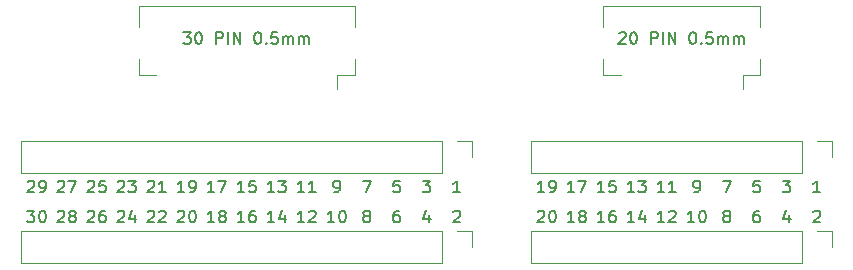
<source format=gbr>
G04 #@! TF.GenerationSoftware,KiCad,Pcbnew,5.1.5-52549c5~86~ubuntu19.04.1*
G04 #@! TF.CreationDate,2020-05-12T21:37:58+10:00*
G04 #@! TF.ProjectId,ICM2_FrontPanel_Breakout,49434d32-5f46-4726-9f6e-7450616e656c,rev?*
G04 #@! TF.SameCoordinates,Original*
G04 #@! TF.FileFunction,Legend,Top*
G04 #@! TF.FilePolarity,Positive*
%FSLAX46Y46*%
G04 Gerber Fmt 4.6, Leading zero omitted, Abs format (unit mm)*
G04 Created by KiCad (PCBNEW 5.1.5-52549c5~86~ubuntu19.04.1) date 2020-05-12 21:37:58*
%MOMM*%
%LPD*%
G04 APERTURE LIST*
%ADD10C,0.150000*%
%ADD11C,0.120000*%
G04 APERTURE END LIST*
D10*
X163639523Y-81097380D02*
X163068095Y-81097380D01*
X163353809Y-81097380D02*
X163353809Y-80097380D01*
X163258571Y-80240238D01*
X163163333Y-80335476D01*
X163068095Y-80383095D01*
X163972857Y-80097380D02*
X164591904Y-80097380D01*
X164258571Y-80478333D01*
X164401428Y-80478333D01*
X164496666Y-80525952D01*
X164544285Y-80573571D01*
X164591904Y-80668809D01*
X164591904Y-80906904D01*
X164544285Y-81002142D01*
X164496666Y-81049761D01*
X164401428Y-81097380D01*
X164115714Y-81097380D01*
X164020476Y-81049761D01*
X163972857Y-81002142D01*
X179355714Y-81097380D02*
X178784285Y-81097380D01*
X179070000Y-81097380D02*
X179070000Y-80097380D01*
X178974761Y-80240238D01*
X178879523Y-80335476D01*
X178784285Y-80383095D01*
X156019523Y-81097380D02*
X155448095Y-81097380D01*
X155733809Y-81097380D02*
X155733809Y-80097380D01*
X155638571Y-80240238D01*
X155543333Y-80335476D01*
X155448095Y-80383095D01*
X156495714Y-81097380D02*
X156686190Y-81097380D01*
X156781428Y-81049761D01*
X156829047Y-81002142D01*
X156924285Y-80859285D01*
X156971904Y-80668809D01*
X156971904Y-80287857D01*
X156924285Y-80192619D01*
X156876666Y-80145000D01*
X156781428Y-80097380D01*
X156590952Y-80097380D01*
X156495714Y-80145000D01*
X156448095Y-80192619D01*
X156400476Y-80287857D01*
X156400476Y-80525952D01*
X156448095Y-80621190D01*
X156495714Y-80668809D01*
X156590952Y-80716428D01*
X156781428Y-80716428D01*
X156876666Y-80668809D01*
X156924285Y-80621190D01*
X156971904Y-80525952D01*
X155448095Y-82732619D02*
X155495714Y-82685000D01*
X155590952Y-82637380D01*
X155829047Y-82637380D01*
X155924285Y-82685000D01*
X155971904Y-82732619D01*
X156019523Y-82827857D01*
X156019523Y-82923095D01*
X155971904Y-83065952D01*
X155400476Y-83637380D01*
X156019523Y-83637380D01*
X156638571Y-82637380D02*
X156733809Y-82637380D01*
X156829047Y-82685000D01*
X156876666Y-82732619D01*
X156924285Y-82827857D01*
X156971904Y-83018333D01*
X156971904Y-83256428D01*
X156924285Y-83446904D01*
X156876666Y-83542142D01*
X156829047Y-83589761D01*
X156733809Y-83637380D01*
X156638571Y-83637380D01*
X156543333Y-83589761D01*
X156495714Y-83542142D01*
X156448095Y-83446904D01*
X156400476Y-83256428D01*
X156400476Y-83018333D01*
X156448095Y-82827857D01*
X156495714Y-82732619D01*
X156543333Y-82685000D01*
X156638571Y-82637380D01*
X158559523Y-81097380D02*
X157988095Y-81097380D01*
X158273809Y-81097380D02*
X158273809Y-80097380D01*
X158178571Y-80240238D01*
X158083333Y-80335476D01*
X157988095Y-80383095D01*
X158892857Y-80097380D02*
X159559523Y-80097380D01*
X159130952Y-81097380D01*
X174228095Y-80097380D02*
X173751904Y-80097380D01*
X173704285Y-80573571D01*
X173751904Y-80525952D01*
X173847142Y-80478333D01*
X174085238Y-80478333D01*
X174180476Y-80525952D01*
X174228095Y-80573571D01*
X174275714Y-80668809D01*
X174275714Y-80906904D01*
X174228095Y-81002142D01*
X174180476Y-81049761D01*
X174085238Y-81097380D01*
X173847142Y-81097380D01*
X173751904Y-81049761D01*
X173704285Y-81002142D01*
X174180476Y-82637380D02*
X173990000Y-82637380D01*
X173894761Y-82685000D01*
X173847142Y-82732619D01*
X173751904Y-82875476D01*
X173704285Y-83065952D01*
X173704285Y-83446904D01*
X173751904Y-83542142D01*
X173799523Y-83589761D01*
X173894761Y-83637380D01*
X174085238Y-83637380D01*
X174180476Y-83589761D01*
X174228095Y-83542142D01*
X174275714Y-83446904D01*
X174275714Y-83208809D01*
X174228095Y-83113571D01*
X174180476Y-83065952D01*
X174085238Y-83018333D01*
X173894761Y-83018333D01*
X173799523Y-83065952D01*
X173751904Y-83113571D01*
X173704285Y-83208809D01*
X168719523Y-81097380D02*
X168910000Y-81097380D01*
X169005238Y-81049761D01*
X169052857Y-81002142D01*
X169148095Y-80859285D01*
X169195714Y-80668809D01*
X169195714Y-80287857D01*
X169148095Y-80192619D01*
X169100476Y-80145000D01*
X169005238Y-80097380D01*
X168814761Y-80097380D01*
X168719523Y-80145000D01*
X168671904Y-80192619D01*
X168624285Y-80287857D01*
X168624285Y-80525952D01*
X168671904Y-80621190D01*
X168719523Y-80668809D01*
X168814761Y-80716428D01*
X169005238Y-80716428D01*
X169100476Y-80668809D01*
X169148095Y-80621190D01*
X169195714Y-80525952D01*
X176196666Y-80097380D02*
X176815714Y-80097380D01*
X176482380Y-80478333D01*
X176625238Y-80478333D01*
X176720476Y-80525952D01*
X176768095Y-80573571D01*
X176815714Y-80668809D01*
X176815714Y-80906904D01*
X176768095Y-81002142D01*
X176720476Y-81049761D01*
X176625238Y-81097380D01*
X176339523Y-81097380D01*
X176244285Y-81049761D01*
X176196666Y-81002142D01*
X158559523Y-83637380D02*
X157988095Y-83637380D01*
X158273809Y-83637380D02*
X158273809Y-82637380D01*
X158178571Y-82780238D01*
X158083333Y-82875476D01*
X157988095Y-82923095D01*
X159130952Y-83065952D02*
X159035714Y-83018333D01*
X158988095Y-82970714D01*
X158940476Y-82875476D01*
X158940476Y-82827857D01*
X158988095Y-82732619D01*
X159035714Y-82685000D01*
X159130952Y-82637380D01*
X159321428Y-82637380D01*
X159416666Y-82685000D01*
X159464285Y-82732619D01*
X159511904Y-82827857D01*
X159511904Y-82875476D01*
X159464285Y-82970714D01*
X159416666Y-83018333D01*
X159321428Y-83065952D01*
X159130952Y-83065952D01*
X159035714Y-83113571D01*
X158988095Y-83161190D01*
X158940476Y-83256428D01*
X158940476Y-83446904D01*
X158988095Y-83542142D01*
X159035714Y-83589761D01*
X159130952Y-83637380D01*
X159321428Y-83637380D01*
X159416666Y-83589761D01*
X159464285Y-83542142D01*
X159511904Y-83446904D01*
X159511904Y-83256428D01*
X159464285Y-83161190D01*
X159416666Y-83113571D01*
X159321428Y-83065952D01*
X163639523Y-83637380D02*
X163068095Y-83637380D01*
X163353809Y-83637380D02*
X163353809Y-82637380D01*
X163258571Y-82780238D01*
X163163333Y-82875476D01*
X163068095Y-82923095D01*
X164496666Y-82970714D02*
X164496666Y-83637380D01*
X164258571Y-82589761D02*
X164020476Y-83304047D01*
X164639523Y-83304047D01*
X161099523Y-81097380D02*
X160528095Y-81097380D01*
X160813809Y-81097380D02*
X160813809Y-80097380D01*
X160718571Y-80240238D01*
X160623333Y-80335476D01*
X160528095Y-80383095D01*
X162004285Y-80097380D02*
X161528095Y-80097380D01*
X161480476Y-80573571D01*
X161528095Y-80525952D01*
X161623333Y-80478333D01*
X161861428Y-80478333D01*
X161956666Y-80525952D01*
X162004285Y-80573571D01*
X162051904Y-80668809D01*
X162051904Y-80906904D01*
X162004285Y-81002142D01*
X161956666Y-81049761D01*
X161861428Y-81097380D01*
X161623333Y-81097380D01*
X161528095Y-81049761D01*
X161480476Y-81002142D01*
X161099523Y-83637380D02*
X160528095Y-83637380D01*
X160813809Y-83637380D02*
X160813809Y-82637380D01*
X160718571Y-82780238D01*
X160623333Y-82875476D01*
X160528095Y-82923095D01*
X161956666Y-82637380D02*
X161766190Y-82637380D01*
X161670952Y-82685000D01*
X161623333Y-82732619D01*
X161528095Y-82875476D01*
X161480476Y-83065952D01*
X161480476Y-83446904D01*
X161528095Y-83542142D01*
X161575714Y-83589761D01*
X161670952Y-83637380D01*
X161861428Y-83637380D01*
X161956666Y-83589761D01*
X162004285Y-83542142D01*
X162051904Y-83446904D01*
X162051904Y-83208809D01*
X162004285Y-83113571D01*
X161956666Y-83065952D01*
X161861428Y-83018333D01*
X161670952Y-83018333D01*
X161575714Y-83065952D01*
X161528095Y-83113571D01*
X161480476Y-83208809D01*
X166179523Y-81097380D02*
X165608095Y-81097380D01*
X165893809Y-81097380D02*
X165893809Y-80097380D01*
X165798571Y-80240238D01*
X165703333Y-80335476D01*
X165608095Y-80383095D01*
X167131904Y-81097380D02*
X166560476Y-81097380D01*
X166846190Y-81097380D02*
X166846190Y-80097380D01*
X166750952Y-80240238D01*
X166655714Y-80335476D01*
X166560476Y-80383095D01*
X166179523Y-83637380D02*
X165608095Y-83637380D01*
X165893809Y-83637380D02*
X165893809Y-82637380D01*
X165798571Y-82780238D01*
X165703333Y-82875476D01*
X165608095Y-82923095D01*
X166560476Y-82732619D02*
X166608095Y-82685000D01*
X166703333Y-82637380D01*
X166941428Y-82637380D01*
X167036666Y-82685000D01*
X167084285Y-82732619D01*
X167131904Y-82827857D01*
X167131904Y-82923095D01*
X167084285Y-83065952D01*
X166512857Y-83637380D01*
X167131904Y-83637380D01*
X178784285Y-82732619D02*
X178831904Y-82685000D01*
X178927142Y-82637380D01*
X179165238Y-82637380D01*
X179260476Y-82685000D01*
X179308095Y-82732619D01*
X179355714Y-82827857D01*
X179355714Y-82923095D01*
X179308095Y-83065952D01*
X178736666Y-83637380D01*
X179355714Y-83637380D01*
X176720476Y-82970714D02*
X176720476Y-83637380D01*
X176482380Y-82589761D02*
X176244285Y-83304047D01*
X176863333Y-83304047D01*
X171116666Y-80097380D02*
X171783333Y-80097380D01*
X171354761Y-81097380D01*
X171354761Y-83065952D02*
X171259523Y-83018333D01*
X171211904Y-82970714D01*
X171164285Y-82875476D01*
X171164285Y-82827857D01*
X171211904Y-82732619D01*
X171259523Y-82685000D01*
X171354761Y-82637380D01*
X171545238Y-82637380D01*
X171640476Y-82685000D01*
X171688095Y-82732619D01*
X171735714Y-82827857D01*
X171735714Y-82875476D01*
X171688095Y-82970714D01*
X171640476Y-83018333D01*
X171545238Y-83065952D01*
X171354761Y-83065952D01*
X171259523Y-83113571D01*
X171211904Y-83161190D01*
X171164285Y-83256428D01*
X171164285Y-83446904D01*
X171211904Y-83542142D01*
X171259523Y-83589761D01*
X171354761Y-83637380D01*
X171545238Y-83637380D01*
X171640476Y-83589761D01*
X171688095Y-83542142D01*
X171735714Y-83446904D01*
X171735714Y-83256428D01*
X171688095Y-83161190D01*
X171640476Y-83113571D01*
X171545238Y-83065952D01*
X168719523Y-83637380D02*
X168148095Y-83637380D01*
X168433809Y-83637380D02*
X168433809Y-82637380D01*
X168338571Y-82780238D01*
X168243333Y-82875476D01*
X168148095Y-82923095D01*
X169338571Y-82637380D02*
X169433809Y-82637380D01*
X169529047Y-82685000D01*
X169576666Y-82732619D01*
X169624285Y-82827857D01*
X169671904Y-83018333D01*
X169671904Y-83256428D01*
X169624285Y-83446904D01*
X169576666Y-83542142D01*
X169529047Y-83589761D01*
X169433809Y-83637380D01*
X169338571Y-83637380D01*
X169243333Y-83589761D01*
X169195714Y-83542142D01*
X169148095Y-83446904D01*
X169100476Y-83256428D01*
X169100476Y-83018333D01*
X169148095Y-82827857D01*
X169195714Y-82732619D01*
X169243333Y-82685000D01*
X169338571Y-82637380D01*
X112268095Y-80192619D02*
X112315714Y-80145000D01*
X112410952Y-80097380D01*
X112649047Y-80097380D01*
X112744285Y-80145000D01*
X112791904Y-80192619D01*
X112839523Y-80287857D01*
X112839523Y-80383095D01*
X112791904Y-80525952D01*
X112220476Y-81097380D01*
X112839523Y-81097380D01*
X113315714Y-81097380D02*
X113506190Y-81097380D01*
X113601428Y-81049761D01*
X113649047Y-81002142D01*
X113744285Y-80859285D01*
X113791904Y-80668809D01*
X113791904Y-80287857D01*
X113744285Y-80192619D01*
X113696666Y-80145000D01*
X113601428Y-80097380D01*
X113410952Y-80097380D01*
X113315714Y-80145000D01*
X113268095Y-80192619D01*
X113220476Y-80287857D01*
X113220476Y-80525952D01*
X113268095Y-80621190D01*
X113315714Y-80668809D01*
X113410952Y-80716428D01*
X113601428Y-80716428D01*
X113696666Y-80668809D01*
X113744285Y-80621190D01*
X113791904Y-80525952D01*
X112220476Y-82637380D02*
X112839523Y-82637380D01*
X112506190Y-83018333D01*
X112649047Y-83018333D01*
X112744285Y-83065952D01*
X112791904Y-83113571D01*
X112839523Y-83208809D01*
X112839523Y-83446904D01*
X112791904Y-83542142D01*
X112744285Y-83589761D01*
X112649047Y-83637380D01*
X112363333Y-83637380D01*
X112268095Y-83589761D01*
X112220476Y-83542142D01*
X113458571Y-82637380D02*
X113553809Y-82637380D01*
X113649047Y-82685000D01*
X113696666Y-82732619D01*
X113744285Y-82827857D01*
X113791904Y-83018333D01*
X113791904Y-83256428D01*
X113744285Y-83446904D01*
X113696666Y-83542142D01*
X113649047Y-83589761D01*
X113553809Y-83637380D01*
X113458571Y-83637380D01*
X113363333Y-83589761D01*
X113315714Y-83542142D01*
X113268095Y-83446904D01*
X113220476Y-83256428D01*
X113220476Y-83018333D01*
X113268095Y-82827857D01*
X113315714Y-82732619D01*
X113363333Y-82685000D01*
X113458571Y-82637380D01*
X114808095Y-80192619D02*
X114855714Y-80145000D01*
X114950952Y-80097380D01*
X115189047Y-80097380D01*
X115284285Y-80145000D01*
X115331904Y-80192619D01*
X115379523Y-80287857D01*
X115379523Y-80383095D01*
X115331904Y-80525952D01*
X114760476Y-81097380D01*
X115379523Y-81097380D01*
X115712857Y-80097380D02*
X116379523Y-80097380D01*
X115950952Y-81097380D01*
X114808095Y-82732619D02*
X114855714Y-82685000D01*
X114950952Y-82637380D01*
X115189047Y-82637380D01*
X115284285Y-82685000D01*
X115331904Y-82732619D01*
X115379523Y-82827857D01*
X115379523Y-82923095D01*
X115331904Y-83065952D01*
X114760476Y-83637380D01*
X115379523Y-83637380D01*
X115950952Y-83065952D02*
X115855714Y-83018333D01*
X115808095Y-82970714D01*
X115760476Y-82875476D01*
X115760476Y-82827857D01*
X115808095Y-82732619D01*
X115855714Y-82685000D01*
X115950952Y-82637380D01*
X116141428Y-82637380D01*
X116236666Y-82685000D01*
X116284285Y-82732619D01*
X116331904Y-82827857D01*
X116331904Y-82875476D01*
X116284285Y-82970714D01*
X116236666Y-83018333D01*
X116141428Y-83065952D01*
X115950952Y-83065952D01*
X115855714Y-83113571D01*
X115808095Y-83161190D01*
X115760476Y-83256428D01*
X115760476Y-83446904D01*
X115808095Y-83542142D01*
X115855714Y-83589761D01*
X115950952Y-83637380D01*
X116141428Y-83637380D01*
X116236666Y-83589761D01*
X116284285Y-83542142D01*
X116331904Y-83446904D01*
X116331904Y-83256428D01*
X116284285Y-83161190D01*
X116236666Y-83113571D01*
X116141428Y-83065952D01*
X117348095Y-80192619D02*
X117395714Y-80145000D01*
X117490952Y-80097380D01*
X117729047Y-80097380D01*
X117824285Y-80145000D01*
X117871904Y-80192619D01*
X117919523Y-80287857D01*
X117919523Y-80383095D01*
X117871904Y-80525952D01*
X117300476Y-81097380D01*
X117919523Y-81097380D01*
X118824285Y-80097380D02*
X118348095Y-80097380D01*
X118300476Y-80573571D01*
X118348095Y-80525952D01*
X118443333Y-80478333D01*
X118681428Y-80478333D01*
X118776666Y-80525952D01*
X118824285Y-80573571D01*
X118871904Y-80668809D01*
X118871904Y-80906904D01*
X118824285Y-81002142D01*
X118776666Y-81049761D01*
X118681428Y-81097380D01*
X118443333Y-81097380D01*
X118348095Y-81049761D01*
X118300476Y-81002142D01*
X117348095Y-82732619D02*
X117395714Y-82685000D01*
X117490952Y-82637380D01*
X117729047Y-82637380D01*
X117824285Y-82685000D01*
X117871904Y-82732619D01*
X117919523Y-82827857D01*
X117919523Y-82923095D01*
X117871904Y-83065952D01*
X117300476Y-83637380D01*
X117919523Y-83637380D01*
X118776666Y-82637380D02*
X118586190Y-82637380D01*
X118490952Y-82685000D01*
X118443333Y-82732619D01*
X118348095Y-82875476D01*
X118300476Y-83065952D01*
X118300476Y-83446904D01*
X118348095Y-83542142D01*
X118395714Y-83589761D01*
X118490952Y-83637380D01*
X118681428Y-83637380D01*
X118776666Y-83589761D01*
X118824285Y-83542142D01*
X118871904Y-83446904D01*
X118871904Y-83208809D01*
X118824285Y-83113571D01*
X118776666Y-83065952D01*
X118681428Y-83018333D01*
X118490952Y-83018333D01*
X118395714Y-83065952D01*
X118348095Y-83113571D01*
X118300476Y-83208809D01*
X119888095Y-80192619D02*
X119935714Y-80145000D01*
X120030952Y-80097380D01*
X120269047Y-80097380D01*
X120364285Y-80145000D01*
X120411904Y-80192619D01*
X120459523Y-80287857D01*
X120459523Y-80383095D01*
X120411904Y-80525952D01*
X119840476Y-81097380D01*
X120459523Y-81097380D01*
X120792857Y-80097380D02*
X121411904Y-80097380D01*
X121078571Y-80478333D01*
X121221428Y-80478333D01*
X121316666Y-80525952D01*
X121364285Y-80573571D01*
X121411904Y-80668809D01*
X121411904Y-80906904D01*
X121364285Y-81002142D01*
X121316666Y-81049761D01*
X121221428Y-81097380D01*
X120935714Y-81097380D01*
X120840476Y-81049761D01*
X120792857Y-81002142D01*
X119888095Y-82732619D02*
X119935714Y-82685000D01*
X120030952Y-82637380D01*
X120269047Y-82637380D01*
X120364285Y-82685000D01*
X120411904Y-82732619D01*
X120459523Y-82827857D01*
X120459523Y-82923095D01*
X120411904Y-83065952D01*
X119840476Y-83637380D01*
X120459523Y-83637380D01*
X121316666Y-82970714D02*
X121316666Y-83637380D01*
X121078571Y-82589761D02*
X120840476Y-83304047D01*
X121459523Y-83304047D01*
X122428095Y-80192619D02*
X122475714Y-80145000D01*
X122570952Y-80097380D01*
X122809047Y-80097380D01*
X122904285Y-80145000D01*
X122951904Y-80192619D01*
X122999523Y-80287857D01*
X122999523Y-80383095D01*
X122951904Y-80525952D01*
X122380476Y-81097380D01*
X122999523Y-81097380D01*
X123951904Y-81097380D02*
X123380476Y-81097380D01*
X123666190Y-81097380D02*
X123666190Y-80097380D01*
X123570952Y-80240238D01*
X123475714Y-80335476D01*
X123380476Y-80383095D01*
X122428095Y-82732619D02*
X122475714Y-82685000D01*
X122570952Y-82637380D01*
X122809047Y-82637380D01*
X122904285Y-82685000D01*
X122951904Y-82732619D01*
X122999523Y-82827857D01*
X122999523Y-82923095D01*
X122951904Y-83065952D01*
X122380476Y-83637380D01*
X122999523Y-83637380D01*
X123380476Y-82732619D02*
X123428095Y-82685000D01*
X123523333Y-82637380D01*
X123761428Y-82637380D01*
X123856666Y-82685000D01*
X123904285Y-82732619D01*
X123951904Y-82827857D01*
X123951904Y-82923095D01*
X123904285Y-83065952D01*
X123332857Y-83637380D01*
X123951904Y-83637380D01*
X125539523Y-81097380D02*
X124968095Y-81097380D01*
X125253809Y-81097380D02*
X125253809Y-80097380D01*
X125158571Y-80240238D01*
X125063333Y-80335476D01*
X124968095Y-80383095D01*
X126015714Y-81097380D02*
X126206190Y-81097380D01*
X126301428Y-81049761D01*
X126349047Y-81002142D01*
X126444285Y-80859285D01*
X126491904Y-80668809D01*
X126491904Y-80287857D01*
X126444285Y-80192619D01*
X126396666Y-80145000D01*
X126301428Y-80097380D01*
X126110952Y-80097380D01*
X126015714Y-80145000D01*
X125968095Y-80192619D01*
X125920476Y-80287857D01*
X125920476Y-80525952D01*
X125968095Y-80621190D01*
X126015714Y-80668809D01*
X126110952Y-80716428D01*
X126301428Y-80716428D01*
X126396666Y-80668809D01*
X126444285Y-80621190D01*
X126491904Y-80525952D01*
X124968095Y-82732619D02*
X125015714Y-82685000D01*
X125110952Y-82637380D01*
X125349047Y-82637380D01*
X125444285Y-82685000D01*
X125491904Y-82732619D01*
X125539523Y-82827857D01*
X125539523Y-82923095D01*
X125491904Y-83065952D01*
X124920476Y-83637380D01*
X125539523Y-83637380D01*
X126158571Y-82637380D02*
X126253809Y-82637380D01*
X126349047Y-82685000D01*
X126396666Y-82732619D01*
X126444285Y-82827857D01*
X126491904Y-83018333D01*
X126491904Y-83256428D01*
X126444285Y-83446904D01*
X126396666Y-83542142D01*
X126349047Y-83589761D01*
X126253809Y-83637380D01*
X126158571Y-83637380D01*
X126063333Y-83589761D01*
X126015714Y-83542142D01*
X125968095Y-83446904D01*
X125920476Y-83256428D01*
X125920476Y-83018333D01*
X125968095Y-82827857D01*
X126015714Y-82732619D01*
X126063333Y-82685000D01*
X126158571Y-82637380D01*
X128079523Y-81097380D02*
X127508095Y-81097380D01*
X127793809Y-81097380D02*
X127793809Y-80097380D01*
X127698571Y-80240238D01*
X127603333Y-80335476D01*
X127508095Y-80383095D01*
X128412857Y-80097380D02*
X129079523Y-80097380D01*
X128650952Y-81097380D01*
X128079523Y-83637380D02*
X127508095Y-83637380D01*
X127793809Y-83637380D02*
X127793809Y-82637380D01*
X127698571Y-82780238D01*
X127603333Y-82875476D01*
X127508095Y-82923095D01*
X128650952Y-83065952D02*
X128555714Y-83018333D01*
X128508095Y-82970714D01*
X128460476Y-82875476D01*
X128460476Y-82827857D01*
X128508095Y-82732619D01*
X128555714Y-82685000D01*
X128650952Y-82637380D01*
X128841428Y-82637380D01*
X128936666Y-82685000D01*
X128984285Y-82732619D01*
X129031904Y-82827857D01*
X129031904Y-82875476D01*
X128984285Y-82970714D01*
X128936666Y-83018333D01*
X128841428Y-83065952D01*
X128650952Y-83065952D01*
X128555714Y-83113571D01*
X128508095Y-83161190D01*
X128460476Y-83256428D01*
X128460476Y-83446904D01*
X128508095Y-83542142D01*
X128555714Y-83589761D01*
X128650952Y-83637380D01*
X128841428Y-83637380D01*
X128936666Y-83589761D01*
X128984285Y-83542142D01*
X129031904Y-83446904D01*
X129031904Y-83256428D01*
X128984285Y-83161190D01*
X128936666Y-83113571D01*
X128841428Y-83065952D01*
X130619523Y-81097380D02*
X130048095Y-81097380D01*
X130333809Y-81097380D02*
X130333809Y-80097380D01*
X130238571Y-80240238D01*
X130143333Y-80335476D01*
X130048095Y-80383095D01*
X131524285Y-80097380D02*
X131048095Y-80097380D01*
X131000476Y-80573571D01*
X131048095Y-80525952D01*
X131143333Y-80478333D01*
X131381428Y-80478333D01*
X131476666Y-80525952D01*
X131524285Y-80573571D01*
X131571904Y-80668809D01*
X131571904Y-80906904D01*
X131524285Y-81002142D01*
X131476666Y-81049761D01*
X131381428Y-81097380D01*
X131143333Y-81097380D01*
X131048095Y-81049761D01*
X131000476Y-81002142D01*
X130619523Y-83637380D02*
X130048095Y-83637380D01*
X130333809Y-83637380D02*
X130333809Y-82637380D01*
X130238571Y-82780238D01*
X130143333Y-82875476D01*
X130048095Y-82923095D01*
X131476666Y-82637380D02*
X131286190Y-82637380D01*
X131190952Y-82685000D01*
X131143333Y-82732619D01*
X131048095Y-82875476D01*
X131000476Y-83065952D01*
X131000476Y-83446904D01*
X131048095Y-83542142D01*
X131095714Y-83589761D01*
X131190952Y-83637380D01*
X131381428Y-83637380D01*
X131476666Y-83589761D01*
X131524285Y-83542142D01*
X131571904Y-83446904D01*
X131571904Y-83208809D01*
X131524285Y-83113571D01*
X131476666Y-83065952D01*
X131381428Y-83018333D01*
X131190952Y-83018333D01*
X131095714Y-83065952D01*
X131048095Y-83113571D01*
X131000476Y-83208809D01*
X133159523Y-81097380D02*
X132588095Y-81097380D01*
X132873809Y-81097380D02*
X132873809Y-80097380D01*
X132778571Y-80240238D01*
X132683333Y-80335476D01*
X132588095Y-80383095D01*
X133492857Y-80097380D02*
X134111904Y-80097380D01*
X133778571Y-80478333D01*
X133921428Y-80478333D01*
X134016666Y-80525952D01*
X134064285Y-80573571D01*
X134111904Y-80668809D01*
X134111904Y-80906904D01*
X134064285Y-81002142D01*
X134016666Y-81049761D01*
X133921428Y-81097380D01*
X133635714Y-81097380D01*
X133540476Y-81049761D01*
X133492857Y-81002142D01*
X133159523Y-83637380D02*
X132588095Y-83637380D01*
X132873809Y-83637380D02*
X132873809Y-82637380D01*
X132778571Y-82780238D01*
X132683333Y-82875476D01*
X132588095Y-82923095D01*
X134016666Y-82970714D02*
X134016666Y-83637380D01*
X133778571Y-82589761D02*
X133540476Y-83304047D01*
X134159523Y-83304047D01*
X135699523Y-81097380D02*
X135128095Y-81097380D01*
X135413809Y-81097380D02*
X135413809Y-80097380D01*
X135318571Y-80240238D01*
X135223333Y-80335476D01*
X135128095Y-80383095D01*
X136651904Y-81097380D02*
X136080476Y-81097380D01*
X136366190Y-81097380D02*
X136366190Y-80097380D01*
X136270952Y-80240238D01*
X136175714Y-80335476D01*
X136080476Y-80383095D01*
X135699523Y-83637380D02*
X135128095Y-83637380D01*
X135413809Y-83637380D02*
X135413809Y-82637380D01*
X135318571Y-82780238D01*
X135223333Y-82875476D01*
X135128095Y-82923095D01*
X136080476Y-82732619D02*
X136128095Y-82685000D01*
X136223333Y-82637380D01*
X136461428Y-82637380D01*
X136556666Y-82685000D01*
X136604285Y-82732619D01*
X136651904Y-82827857D01*
X136651904Y-82923095D01*
X136604285Y-83065952D01*
X136032857Y-83637380D01*
X136651904Y-83637380D01*
X138239523Y-81097380D02*
X138430000Y-81097380D01*
X138525238Y-81049761D01*
X138572857Y-81002142D01*
X138668095Y-80859285D01*
X138715714Y-80668809D01*
X138715714Y-80287857D01*
X138668095Y-80192619D01*
X138620476Y-80145000D01*
X138525238Y-80097380D01*
X138334761Y-80097380D01*
X138239523Y-80145000D01*
X138191904Y-80192619D01*
X138144285Y-80287857D01*
X138144285Y-80525952D01*
X138191904Y-80621190D01*
X138239523Y-80668809D01*
X138334761Y-80716428D01*
X138525238Y-80716428D01*
X138620476Y-80668809D01*
X138668095Y-80621190D01*
X138715714Y-80525952D01*
X138239523Y-83637380D02*
X137668095Y-83637380D01*
X137953809Y-83637380D02*
X137953809Y-82637380D01*
X137858571Y-82780238D01*
X137763333Y-82875476D01*
X137668095Y-82923095D01*
X138858571Y-82637380D02*
X138953809Y-82637380D01*
X139049047Y-82685000D01*
X139096666Y-82732619D01*
X139144285Y-82827857D01*
X139191904Y-83018333D01*
X139191904Y-83256428D01*
X139144285Y-83446904D01*
X139096666Y-83542142D01*
X139049047Y-83589761D01*
X138953809Y-83637380D01*
X138858571Y-83637380D01*
X138763333Y-83589761D01*
X138715714Y-83542142D01*
X138668095Y-83446904D01*
X138620476Y-83256428D01*
X138620476Y-83018333D01*
X138668095Y-82827857D01*
X138715714Y-82732619D01*
X138763333Y-82685000D01*
X138858571Y-82637380D01*
X140636666Y-80097380D02*
X141303333Y-80097380D01*
X140874761Y-81097380D01*
X140874761Y-83065952D02*
X140779523Y-83018333D01*
X140731904Y-82970714D01*
X140684285Y-82875476D01*
X140684285Y-82827857D01*
X140731904Y-82732619D01*
X140779523Y-82685000D01*
X140874761Y-82637380D01*
X141065238Y-82637380D01*
X141160476Y-82685000D01*
X141208095Y-82732619D01*
X141255714Y-82827857D01*
X141255714Y-82875476D01*
X141208095Y-82970714D01*
X141160476Y-83018333D01*
X141065238Y-83065952D01*
X140874761Y-83065952D01*
X140779523Y-83113571D01*
X140731904Y-83161190D01*
X140684285Y-83256428D01*
X140684285Y-83446904D01*
X140731904Y-83542142D01*
X140779523Y-83589761D01*
X140874761Y-83637380D01*
X141065238Y-83637380D01*
X141160476Y-83589761D01*
X141208095Y-83542142D01*
X141255714Y-83446904D01*
X141255714Y-83256428D01*
X141208095Y-83161190D01*
X141160476Y-83113571D01*
X141065238Y-83065952D01*
X143748095Y-80097380D02*
X143271904Y-80097380D01*
X143224285Y-80573571D01*
X143271904Y-80525952D01*
X143367142Y-80478333D01*
X143605238Y-80478333D01*
X143700476Y-80525952D01*
X143748095Y-80573571D01*
X143795714Y-80668809D01*
X143795714Y-80906904D01*
X143748095Y-81002142D01*
X143700476Y-81049761D01*
X143605238Y-81097380D01*
X143367142Y-81097380D01*
X143271904Y-81049761D01*
X143224285Y-81002142D01*
X143700476Y-82637380D02*
X143510000Y-82637380D01*
X143414761Y-82685000D01*
X143367142Y-82732619D01*
X143271904Y-82875476D01*
X143224285Y-83065952D01*
X143224285Y-83446904D01*
X143271904Y-83542142D01*
X143319523Y-83589761D01*
X143414761Y-83637380D01*
X143605238Y-83637380D01*
X143700476Y-83589761D01*
X143748095Y-83542142D01*
X143795714Y-83446904D01*
X143795714Y-83208809D01*
X143748095Y-83113571D01*
X143700476Y-83065952D01*
X143605238Y-83018333D01*
X143414761Y-83018333D01*
X143319523Y-83065952D01*
X143271904Y-83113571D01*
X143224285Y-83208809D01*
X145716666Y-80097380D02*
X146335714Y-80097380D01*
X146002380Y-80478333D01*
X146145238Y-80478333D01*
X146240476Y-80525952D01*
X146288095Y-80573571D01*
X146335714Y-80668809D01*
X146335714Y-80906904D01*
X146288095Y-81002142D01*
X146240476Y-81049761D01*
X146145238Y-81097380D01*
X145859523Y-81097380D01*
X145764285Y-81049761D01*
X145716666Y-81002142D01*
X146240476Y-82970714D02*
X146240476Y-83637380D01*
X146002380Y-82589761D02*
X145764285Y-83304047D01*
X146383333Y-83304047D01*
X148304285Y-82732619D02*
X148351904Y-82685000D01*
X148447142Y-82637380D01*
X148685238Y-82637380D01*
X148780476Y-82685000D01*
X148828095Y-82732619D01*
X148875714Y-82827857D01*
X148875714Y-82923095D01*
X148828095Y-83065952D01*
X148256666Y-83637380D01*
X148875714Y-83637380D01*
X148875714Y-81097380D02*
X148304285Y-81097380D01*
X148590000Y-81097380D02*
X148590000Y-80097380D01*
X148494761Y-80240238D01*
X148399523Y-80335476D01*
X148304285Y-80383095D01*
X162330476Y-67619619D02*
X162378095Y-67572000D01*
X162473333Y-67524380D01*
X162711428Y-67524380D01*
X162806666Y-67572000D01*
X162854285Y-67619619D01*
X162901904Y-67714857D01*
X162901904Y-67810095D01*
X162854285Y-67952952D01*
X162282857Y-68524380D01*
X162901904Y-68524380D01*
X163520952Y-67524380D02*
X163616190Y-67524380D01*
X163711428Y-67572000D01*
X163759047Y-67619619D01*
X163806666Y-67714857D01*
X163854285Y-67905333D01*
X163854285Y-68143428D01*
X163806666Y-68333904D01*
X163759047Y-68429142D01*
X163711428Y-68476761D01*
X163616190Y-68524380D01*
X163520952Y-68524380D01*
X163425714Y-68476761D01*
X163378095Y-68429142D01*
X163330476Y-68333904D01*
X163282857Y-68143428D01*
X163282857Y-67905333D01*
X163330476Y-67714857D01*
X163378095Y-67619619D01*
X163425714Y-67572000D01*
X163520952Y-67524380D01*
X165044761Y-68524380D02*
X165044761Y-67524380D01*
X165425714Y-67524380D01*
X165520952Y-67572000D01*
X165568571Y-67619619D01*
X165616190Y-67714857D01*
X165616190Y-67857714D01*
X165568571Y-67952952D01*
X165520952Y-68000571D01*
X165425714Y-68048190D01*
X165044761Y-68048190D01*
X166044761Y-68524380D02*
X166044761Y-67524380D01*
X166520952Y-68524380D02*
X166520952Y-67524380D01*
X167092380Y-68524380D01*
X167092380Y-67524380D01*
X168520952Y-67524380D02*
X168616190Y-67524380D01*
X168711428Y-67572000D01*
X168759047Y-67619619D01*
X168806666Y-67714857D01*
X168854285Y-67905333D01*
X168854285Y-68143428D01*
X168806666Y-68333904D01*
X168759047Y-68429142D01*
X168711428Y-68476761D01*
X168616190Y-68524380D01*
X168520952Y-68524380D01*
X168425714Y-68476761D01*
X168378095Y-68429142D01*
X168330476Y-68333904D01*
X168282857Y-68143428D01*
X168282857Y-67905333D01*
X168330476Y-67714857D01*
X168378095Y-67619619D01*
X168425714Y-67572000D01*
X168520952Y-67524380D01*
X169282857Y-68429142D02*
X169330476Y-68476761D01*
X169282857Y-68524380D01*
X169235238Y-68476761D01*
X169282857Y-68429142D01*
X169282857Y-68524380D01*
X170235238Y-67524380D02*
X169759047Y-67524380D01*
X169711428Y-68000571D01*
X169759047Y-67952952D01*
X169854285Y-67905333D01*
X170092380Y-67905333D01*
X170187619Y-67952952D01*
X170235238Y-68000571D01*
X170282857Y-68095809D01*
X170282857Y-68333904D01*
X170235238Y-68429142D01*
X170187619Y-68476761D01*
X170092380Y-68524380D01*
X169854285Y-68524380D01*
X169759047Y-68476761D01*
X169711428Y-68429142D01*
X170711428Y-68524380D02*
X170711428Y-67857714D01*
X170711428Y-67952952D02*
X170759047Y-67905333D01*
X170854285Y-67857714D01*
X170997142Y-67857714D01*
X171092380Y-67905333D01*
X171140000Y-68000571D01*
X171140000Y-68524380D01*
X171140000Y-68000571D02*
X171187619Y-67905333D01*
X171282857Y-67857714D01*
X171425714Y-67857714D01*
X171520952Y-67905333D01*
X171568571Y-68000571D01*
X171568571Y-68524380D01*
X172044761Y-68524380D02*
X172044761Y-67857714D01*
X172044761Y-67952952D02*
X172092380Y-67905333D01*
X172187619Y-67857714D01*
X172330476Y-67857714D01*
X172425714Y-67905333D01*
X172473333Y-68000571D01*
X172473333Y-68524380D01*
X172473333Y-68000571D02*
X172520952Y-67905333D01*
X172616190Y-67857714D01*
X172759047Y-67857714D01*
X172854285Y-67905333D01*
X172901904Y-68000571D01*
X172901904Y-68524380D01*
X125452857Y-67524380D02*
X126071904Y-67524380D01*
X125738571Y-67905333D01*
X125881428Y-67905333D01*
X125976666Y-67952952D01*
X126024285Y-68000571D01*
X126071904Y-68095809D01*
X126071904Y-68333904D01*
X126024285Y-68429142D01*
X125976666Y-68476761D01*
X125881428Y-68524380D01*
X125595714Y-68524380D01*
X125500476Y-68476761D01*
X125452857Y-68429142D01*
X126690952Y-67524380D02*
X126786190Y-67524380D01*
X126881428Y-67572000D01*
X126929047Y-67619619D01*
X126976666Y-67714857D01*
X127024285Y-67905333D01*
X127024285Y-68143428D01*
X126976666Y-68333904D01*
X126929047Y-68429142D01*
X126881428Y-68476761D01*
X126786190Y-68524380D01*
X126690952Y-68524380D01*
X126595714Y-68476761D01*
X126548095Y-68429142D01*
X126500476Y-68333904D01*
X126452857Y-68143428D01*
X126452857Y-67905333D01*
X126500476Y-67714857D01*
X126548095Y-67619619D01*
X126595714Y-67572000D01*
X126690952Y-67524380D01*
X128214761Y-68524380D02*
X128214761Y-67524380D01*
X128595714Y-67524380D01*
X128690952Y-67572000D01*
X128738571Y-67619619D01*
X128786190Y-67714857D01*
X128786190Y-67857714D01*
X128738571Y-67952952D01*
X128690952Y-68000571D01*
X128595714Y-68048190D01*
X128214761Y-68048190D01*
X129214761Y-68524380D02*
X129214761Y-67524380D01*
X129690952Y-68524380D02*
X129690952Y-67524380D01*
X130262380Y-68524380D01*
X130262380Y-67524380D01*
X131690952Y-67524380D02*
X131786190Y-67524380D01*
X131881428Y-67572000D01*
X131929047Y-67619619D01*
X131976666Y-67714857D01*
X132024285Y-67905333D01*
X132024285Y-68143428D01*
X131976666Y-68333904D01*
X131929047Y-68429142D01*
X131881428Y-68476761D01*
X131786190Y-68524380D01*
X131690952Y-68524380D01*
X131595714Y-68476761D01*
X131548095Y-68429142D01*
X131500476Y-68333904D01*
X131452857Y-68143428D01*
X131452857Y-67905333D01*
X131500476Y-67714857D01*
X131548095Y-67619619D01*
X131595714Y-67572000D01*
X131690952Y-67524380D01*
X132452857Y-68429142D02*
X132500476Y-68476761D01*
X132452857Y-68524380D01*
X132405238Y-68476761D01*
X132452857Y-68429142D01*
X132452857Y-68524380D01*
X133405238Y-67524380D02*
X132929047Y-67524380D01*
X132881428Y-68000571D01*
X132929047Y-67952952D01*
X133024285Y-67905333D01*
X133262380Y-67905333D01*
X133357619Y-67952952D01*
X133405238Y-68000571D01*
X133452857Y-68095809D01*
X133452857Y-68333904D01*
X133405238Y-68429142D01*
X133357619Y-68476761D01*
X133262380Y-68524380D01*
X133024285Y-68524380D01*
X132929047Y-68476761D01*
X132881428Y-68429142D01*
X133881428Y-68524380D02*
X133881428Y-67857714D01*
X133881428Y-67952952D02*
X133929047Y-67905333D01*
X134024285Y-67857714D01*
X134167142Y-67857714D01*
X134262380Y-67905333D01*
X134310000Y-68000571D01*
X134310000Y-68524380D01*
X134310000Y-68000571D02*
X134357619Y-67905333D01*
X134452857Y-67857714D01*
X134595714Y-67857714D01*
X134690952Y-67905333D01*
X134738571Y-68000571D01*
X134738571Y-68524380D01*
X135214761Y-68524380D02*
X135214761Y-67857714D01*
X135214761Y-67952952D02*
X135262380Y-67905333D01*
X135357619Y-67857714D01*
X135500476Y-67857714D01*
X135595714Y-67905333D01*
X135643333Y-68000571D01*
X135643333Y-68524380D01*
X135643333Y-68000571D02*
X135690952Y-67905333D01*
X135786190Y-67857714D01*
X135929047Y-67857714D01*
X136024285Y-67905333D01*
X136071904Y-68000571D01*
X136071904Y-68524380D01*
D11*
X180400000Y-84395000D02*
X180400000Y-85725000D01*
X179070000Y-84395000D02*
X180400000Y-84395000D01*
X177800000Y-84395000D02*
X177800000Y-87055000D01*
X177800000Y-87055000D02*
X154880000Y-87055000D01*
X177800000Y-84395000D02*
X154880000Y-84395000D01*
X154880000Y-84395000D02*
X154880000Y-87055000D01*
X180400000Y-76775000D02*
X180400000Y-78105000D01*
X179070000Y-76775000D02*
X180400000Y-76775000D01*
X177800000Y-76775000D02*
X177800000Y-79435000D01*
X177800000Y-79435000D02*
X154880000Y-79435000D01*
X177800000Y-76775000D02*
X154880000Y-76775000D01*
X154880000Y-76775000D02*
X154880000Y-79435000D01*
X172800000Y-71150000D02*
X172800000Y-72350000D01*
X160990000Y-65350000D02*
X160990000Y-67090000D01*
X174290000Y-65350000D02*
X160990000Y-65350000D01*
X174290000Y-67090000D02*
X174290000Y-65350000D01*
X160990000Y-71150000D02*
X160990000Y-69810000D01*
X162480000Y-71150000D02*
X160990000Y-71150000D01*
X174290000Y-71150000D02*
X174290000Y-69810000D01*
X172800000Y-71150000D02*
X174290000Y-71150000D01*
X149920000Y-84395000D02*
X149920000Y-85725000D01*
X148590000Y-84395000D02*
X149920000Y-84395000D01*
X147320000Y-84395000D02*
X147320000Y-87055000D01*
X147320000Y-87055000D02*
X111700000Y-87055000D01*
X147320000Y-84395000D02*
X111700000Y-84395000D01*
X111700000Y-84395000D02*
X111700000Y-87055000D01*
X138470000Y-71150000D02*
X138470000Y-72350000D01*
X121660000Y-65350000D02*
X121660000Y-67090000D01*
X139960000Y-65350000D02*
X121660000Y-65350000D01*
X139960000Y-67090000D02*
X139960000Y-65350000D01*
X121660000Y-71150000D02*
X121660000Y-69810000D01*
X123150000Y-71150000D02*
X121660000Y-71150000D01*
X139960000Y-71150000D02*
X139960000Y-69810000D01*
X138470000Y-71150000D02*
X139960000Y-71150000D01*
X149920000Y-76775000D02*
X149920000Y-78105000D01*
X148590000Y-76775000D02*
X149920000Y-76775000D01*
X147320000Y-76775000D02*
X147320000Y-79435000D01*
X147320000Y-79435000D02*
X111700000Y-79435000D01*
X147320000Y-76775000D02*
X111700000Y-76775000D01*
X111700000Y-76775000D02*
X111700000Y-79435000D01*
M02*

</source>
